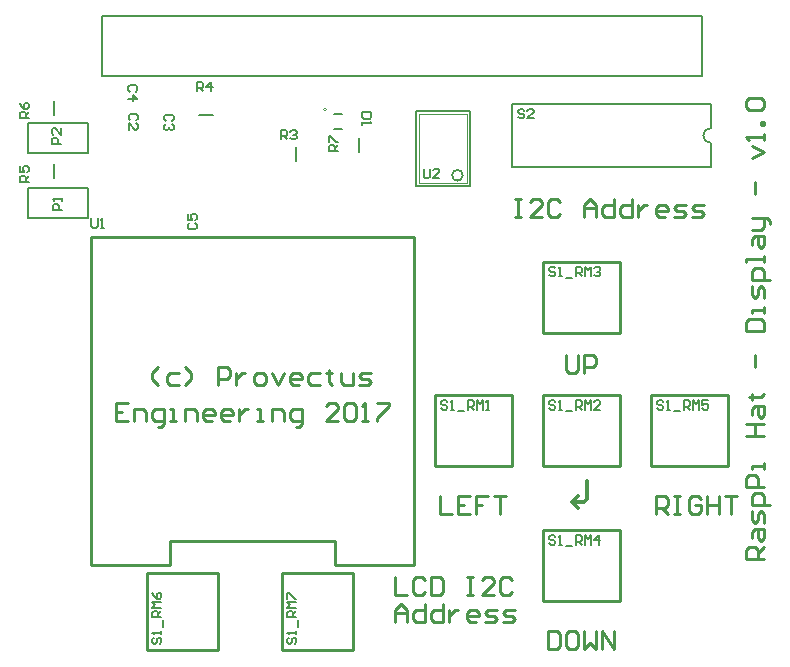
<source format=gto>
G04 Layer_Color=65535*
%FSLAX25Y25*%
%MOIN*%
G70*
G01*
G75*
%ADD18C,0.01200*%
%ADD28C,0.00600*%
%ADD29C,0.00197*%
%ADD30C,0.00787*%
%ADD31C,0.00200*%
%ADD32C,0.01000*%
%ADD33C,0.00500*%
D18*
X171000Y-152000D02*
X173000Y-154000D01*
X171000Y-152000D02*
X173000Y-150000D01*
X175000Y-152000D02*
X176000Y-151000D01*
X171000Y-152000D02*
X175000D01*
X176000Y-151000D02*
Y-145000D01*
D28*
X134600Y-42959D02*
G03*
X134600Y-42959I-1800J0D01*
G01*
X119013Y-46459D02*
X136987D01*
X119013D02*
Y-21541D01*
X136987D01*
Y-46459D02*
Y-21541D01*
X700Y-32500D02*
X-2399D01*
Y-30950D01*
X-1883Y-30434D01*
X-850D01*
X-333Y-30950D01*
Y-32500D01*
X700Y-27335D02*
Y-29401D01*
X-1366Y-27335D01*
X-1883D01*
X-2399Y-27852D01*
Y-28885D01*
X-1883Y-29401D01*
X43418Y-58934D02*
X42901Y-59451D01*
Y-60483D01*
X43418Y-61000D01*
X45483D01*
X46000Y-60483D01*
Y-59451D01*
X45483Y-58934D01*
X42901Y-55835D02*
Y-57901D01*
X44451D01*
X43934Y-56868D01*
Y-56352D01*
X44451Y-55835D01*
X45483D01*
X46000Y-56352D01*
Y-57385D01*
X45483Y-57901D01*
X25583Y-15066D02*
X26099Y-14549D01*
Y-13517D01*
X25583Y-13000D01*
X23516D01*
X23000Y-13517D01*
Y-14549D01*
X23516Y-15066D01*
X23000Y-17649D02*
X26099D01*
X24550Y-16099D01*
Y-18165D01*
X37683Y-24866D02*
X38199Y-24350D01*
Y-23316D01*
X37683Y-22800D01*
X35616D01*
X35100Y-23316D01*
Y-24350D01*
X35616Y-24866D01*
X37683Y-25899D02*
X38199Y-26416D01*
Y-27448D01*
X37683Y-27965D01*
X37166D01*
X36650Y-27448D01*
Y-26932D01*
Y-27448D01*
X36133Y-27965D01*
X35616D01*
X35100Y-27448D01*
Y-26416D01*
X35616Y-25899D01*
X25782Y-24666D02*
X26299Y-24149D01*
Y-23117D01*
X25782Y-22600D01*
X23717D01*
X23200Y-23117D01*
Y-24149D01*
X23717Y-24666D01*
X23200Y-27765D02*
Y-25699D01*
X25266Y-27765D01*
X25782D01*
X26299Y-27248D01*
Y-26215D01*
X25782Y-25699D01*
X93000Y-35000D02*
X89901D01*
Y-33450D01*
X90417Y-32934D01*
X91451D01*
X91967Y-33450D01*
Y-35000D01*
Y-33967D02*
X93000Y-32934D01*
X89901Y-31901D02*
Y-29835D01*
X90417D01*
X92484Y-31901D01*
X93000D01*
X121600Y-40801D02*
Y-43383D01*
X122116Y-43900D01*
X123150D01*
X123666Y-43383D01*
Y-40801D01*
X126765Y-43900D02*
X124699D01*
X126765Y-41834D01*
Y-41317D01*
X126249Y-40801D01*
X125215D01*
X124699Y-41317D01*
X104099Y-22000D02*
X101000D01*
Y-23550D01*
X101516Y-24066D01*
X103583D01*
X104099Y-23550D01*
Y-22000D01*
X101000Y-25099D02*
Y-26132D01*
Y-25616D01*
X104099D01*
X103583Y-25099D01*
X1000Y-54600D02*
X-2099D01*
Y-53051D01*
X-1582Y-52534D01*
X-550D01*
X-33Y-53051D01*
Y-54600D01*
X1000Y-51501D02*
Y-50468D01*
Y-50985D01*
X-2099D01*
X-1582Y-51501D01*
X74000Y-31000D02*
Y-27901D01*
X75550D01*
X76066Y-28418D01*
Y-29451D01*
X75550Y-29967D01*
X74000D01*
X75033D02*
X76066Y-31000D01*
X77099Y-28418D02*
X77615Y-27901D01*
X78649D01*
X79165Y-28418D01*
Y-28934D01*
X78649Y-29451D01*
X78132D01*
X78649D01*
X79165Y-29967D01*
Y-30483D01*
X78649Y-31000D01*
X77615D01*
X77099Y-30483D01*
X46000Y-15000D02*
Y-11901D01*
X47550D01*
X48066Y-12417D01*
Y-13451D01*
X47550Y-13967D01*
X46000D01*
X47033D02*
X48066Y-15000D01*
X50648D02*
Y-11901D01*
X49099Y-13451D01*
X51165D01*
X-10000Y-45100D02*
X-13099D01*
Y-43551D01*
X-12583Y-43034D01*
X-11549D01*
X-11033Y-43551D01*
Y-45100D01*
Y-44067D02*
X-10000Y-43034D01*
X-13099Y-39935D02*
Y-42001D01*
X-11549D01*
X-12066Y-40968D01*
Y-40451D01*
X-11549Y-39935D01*
X-10516D01*
X-10000Y-40451D01*
Y-41484D01*
X-10516Y-42001D01*
X-10000Y-23900D02*
X-13099D01*
Y-22351D01*
X-12583Y-21834D01*
X-11549D01*
X-11033Y-22351D01*
Y-23900D01*
Y-22867D02*
X-10000Y-21834D01*
X-13099Y-18735D02*
X-12583Y-19768D01*
X-11549Y-20801D01*
X-10516D01*
X-10000Y-20285D01*
Y-19252D01*
X-10516Y-18735D01*
X-11033D01*
X-11549Y-19252D01*
Y-20801D01*
X155066Y-21418D02*
X154550Y-20901D01*
X153516D01*
X153000Y-21418D01*
Y-21934D01*
X153516Y-22451D01*
X154550D01*
X155066Y-22967D01*
Y-23483D01*
X154550Y-24000D01*
X153516D01*
X153000Y-23483D01*
X158165Y-24000D02*
X156099D01*
X158165Y-21934D01*
Y-21418D01*
X157649Y-20901D01*
X156615D01*
X156099Y-21418D01*
X10800Y-57301D02*
Y-59883D01*
X11316Y-60400D01*
X12349D01*
X12866Y-59883D01*
Y-57301D01*
X13899Y-60400D02*
X14932D01*
X14415D01*
Y-57301D01*
X13899Y-57818D01*
X129466Y-118517D02*
X128949Y-118001D01*
X127917D01*
X127400Y-118517D01*
Y-119034D01*
X127917Y-119551D01*
X128949D01*
X129466Y-120067D01*
Y-120583D01*
X128949Y-121100D01*
X127917D01*
X127400Y-120583D01*
X130499Y-121100D02*
X131532D01*
X131016D01*
Y-118001D01*
X130499Y-118517D01*
X133081Y-121616D02*
X135148D01*
X136180Y-121100D02*
Y-118001D01*
X137730D01*
X138247Y-118517D01*
Y-119551D01*
X137730Y-120067D01*
X136180D01*
X137214D02*
X138247Y-121100D01*
X139279D02*
Y-118001D01*
X140313Y-119034D01*
X141346Y-118001D01*
Y-121100D01*
X142378D02*
X143412D01*
X142895D01*
Y-118001D01*
X142378Y-118517D01*
X165466D02*
X164950Y-118001D01*
X163917D01*
X163400Y-118517D01*
Y-119034D01*
X163917Y-119551D01*
X164950D01*
X165466Y-120067D01*
Y-120583D01*
X164950Y-121100D01*
X163917D01*
X163400Y-120583D01*
X166499Y-121100D02*
X167532D01*
X167016D01*
Y-118001D01*
X166499Y-118517D01*
X169081Y-121616D02*
X171148D01*
X172180Y-121100D02*
Y-118001D01*
X173730D01*
X174247Y-118517D01*
Y-119551D01*
X173730Y-120067D01*
X172180D01*
X173214D02*
X174247Y-121100D01*
X175279D02*
Y-118001D01*
X176312Y-119034D01*
X177346Y-118001D01*
Y-121100D01*
X180445D02*
X178378D01*
X180445Y-119034D01*
Y-118517D01*
X179928Y-118001D01*
X178895D01*
X178378Y-118517D01*
X165466Y-74018D02*
X164950Y-73501D01*
X163917D01*
X163400Y-74018D01*
Y-74534D01*
X163917Y-75050D01*
X164950D01*
X165466Y-75567D01*
Y-76083D01*
X164950Y-76600D01*
X163917D01*
X163400Y-76083D01*
X166499Y-76600D02*
X167532D01*
X167016D01*
Y-73501D01*
X166499Y-74018D01*
X169081Y-77117D02*
X171148D01*
X172180Y-76600D02*
Y-73501D01*
X173730D01*
X174247Y-74018D01*
Y-75050D01*
X173730Y-75567D01*
X172180D01*
X173214D02*
X174247Y-76600D01*
X175279D02*
Y-73501D01*
X176312Y-74534D01*
X177346Y-73501D01*
Y-76600D01*
X178378Y-74018D02*
X178895Y-73501D01*
X179928D01*
X180445Y-74018D01*
Y-74534D01*
X179928Y-75050D01*
X179411D01*
X179928D01*
X180445Y-75567D01*
Y-76083D01*
X179928Y-76600D01*
X178895D01*
X178378Y-76083D01*
X165466Y-163517D02*
X164950Y-163001D01*
X163917D01*
X163400Y-163517D01*
Y-164034D01*
X163917Y-164550D01*
X164950D01*
X165466Y-165067D01*
Y-165584D01*
X164950Y-166100D01*
X163917D01*
X163400Y-165584D01*
X166499Y-166100D02*
X167532D01*
X167016D01*
Y-163001D01*
X166499Y-163517D01*
X169081Y-166616D02*
X171148D01*
X172180Y-166100D02*
Y-163001D01*
X173730D01*
X174247Y-163517D01*
Y-164550D01*
X173730Y-165067D01*
X172180D01*
X173214D02*
X174247Y-166100D01*
X175279D02*
Y-163001D01*
X176312Y-164034D01*
X177346Y-163001D01*
Y-166100D01*
X179928D02*
Y-163001D01*
X178378Y-164550D01*
X180445D01*
X201466Y-118517D02*
X200950Y-118001D01*
X199917D01*
X199400Y-118517D01*
Y-119034D01*
X199917Y-119551D01*
X200950D01*
X201466Y-120067D01*
Y-120583D01*
X200950Y-121100D01*
X199917D01*
X199400Y-120583D01*
X202499Y-121100D02*
X203532D01*
X203015D01*
Y-118001D01*
X202499Y-118517D01*
X205082Y-121616D02*
X207148D01*
X208180Y-121100D02*
Y-118001D01*
X209730D01*
X210246Y-118517D01*
Y-119551D01*
X209730Y-120067D01*
X208180D01*
X209213D02*
X210246Y-121100D01*
X211280D02*
Y-118001D01*
X212313Y-119034D01*
X213346Y-118001D01*
Y-121100D01*
X216444Y-118001D02*
X214378D01*
Y-119551D01*
X215411Y-119034D01*
X215928D01*
X216444Y-119551D01*
Y-120583D01*
X215928Y-121100D01*
X214895D01*
X214378Y-120583D01*
X31517Y-197034D02*
X31001Y-197550D01*
Y-198583D01*
X31517Y-199100D01*
X32034D01*
X32550Y-198583D01*
Y-197550D01*
X33067Y-197034D01*
X33584D01*
X34100Y-197550D01*
Y-198583D01*
X33584Y-199100D01*
X34100Y-196001D02*
Y-194968D01*
Y-195484D01*
X31001D01*
X31517Y-196001D01*
X34617Y-193419D02*
Y-191352D01*
X34100Y-190320D02*
X31001D01*
Y-188770D01*
X31517Y-188253D01*
X32550D01*
X33067Y-188770D01*
Y-190320D01*
Y-189286D02*
X34100Y-188253D01*
Y-187221D02*
X31001D01*
X32034Y-186188D01*
X31001Y-185154D01*
X34100D01*
X31001Y-182055D02*
X31517Y-183089D01*
X32550Y-184122D01*
X33584D01*
X34100Y-183605D01*
Y-182572D01*
X33584Y-182055D01*
X33067D01*
X32550Y-182572D01*
Y-184122D01*
X76517Y-197034D02*
X76001Y-197550D01*
Y-198583D01*
X76517Y-199100D01*
X77034D01*
X77551Y-198583D01*
Y-197550D01*
X78067Y-197034D01*
X78584D01*
X79100Y-197550D01*
Y-198583D01*
X78584Y-199100D01*
X79100Y-196001D02*
Y-194968D01*
Y-195484D01*
X76001D01*
X76517Y-196001D01*
X79616Y-193419D02*
Y-191352D01*
X79100Y-190320D02*
X76001D01*
Y-188770D01*
X76517Y-188253D01*
X77551D01*
X78067Y-188770D01*
Y-190320D01*
Y-189286D02*
X79100Y-188253D01*
Y-187221D02*
X76001D01*
X77034Y-186188D01*
X76001Y-185154D01*
X79100D01*
X76001Y-184122D02*
Y-182055D01*
X76517D01*
X78584Y-184122D01*
X79100D01*
D29*
X89226Y-21063D02*
G03*
X89226Y-21063I-557J0D01*
G01*
D30*
X217289Y-27200D02*
G03*
X217289Y-32200I0J-2500D01*
G01*
X-10200Y-35600D02*
X9800D01*
Y-25600D01*
X-10200D02*
X9800D01*
X-10200Y-35600D02*
Y-25600D01*
X214200Y-10000D02*
Y10000D01*
X14200Y-10000D02*
Y10000D01*
X214200D01*
X14200Y-10000D02*
X214200D01*
X100000Y-35362D02*
Y-30638D01*
X-1600Y-22762D02*
Y-18038D01*
X-10200Y-57200D02*
X9800D01*
Y-47200D01*
X-10200D02*
X9800D01*
X-10200Y-57200D02*
Y-47200D01*
X-1600Y-43862D02*
Y-39138D01*
X46638Y-23000D02*
X51362D01*
X150990Y-40133D02*
X217289D01*
X150990Y-19267D02*
X217289D01*
X150990Y-40133D02*
Y-19267D01*
X217289Y-40133D02*
Y-32200D01*
Y-27200D02*
Y-19267D01*
X79000Y-38362D02*
Y-33638D01*
D31*
X119913Y-45559D02*
X136087D01*
X119913D02*
Y-22441D01*
X136087D01*
Y-45559D02*
Y-22441D01*
D32*
X10700Y-172800D02*
X36881D01*
X91999D02*
X118180D01*
X36881D02*
Y-164926D01*
X91999Y-172800D02*
Y-164926D01*
X36881D02*
X91826D01*
X118180Y-172800D02*
Y-63548D01*
X10700D02*
X118180D01*
X10700Y-172800D02*
Y-63548D01*
X125435Y-116304D02*
X151025D01*
X125435Y-139926D02*
X151025D01*
X125435D02*
Y-116304D01*
X151025Y-139926D02*
Y-116304D01*
X161435D02*
X187025D01*
X161435Y-139926D02*
X187025D01*
X161435D02*
Y-116304D01*
X187025Y-139926D02*
Y-116304D01*
X161435Y-71804D02*
X187025D01*
X161435Y-95426D02*
X187025D01*
X161435D02*
Y-71804D01*
X187025Y-95426D02*
Y-71804D01*
X161435Y-161304D02*
X187025D01*
X161435Y-184926D02*
X187025D01*
X161435D02*
Y-161304D01*
X187025Y-184926D02*
Y-161304D01*
X197435Y-116304D02*
X223025D01*
X197435Y-139926D02*
X223025D01*
X197435D02*
Y-116304D01*
X223025Y-139926D02*
Y-116304D01*
X29304Y-201065D02*
Y-175475D01*
X52926Y-201065D02*
Y-175475D01*
X29304Y-201065D02*
X52926D01*
X29304Y-175475D02*
X52926D01*
X74304Y-201065D02*
Y-175475D01*
X97926Y-201065D02*
Y-175475D01*
X74304Y-201065D02*
X97926D01*
X74304Y-175475D02*
X97926D01*
X163000Y-195002D02*
Y-201000D01*
X165999D01*
X166999Y-200000D01*
Y-196002D01*
X165999Y-195002D01*
X163000D01*
X171997D02*
X169998D01*
X168998Y-196002D01*
Y-200000D01*
X169998Y-201000D01*
X171997D01*
X172997Y-200000D01*
Y-196002D01*
X171997Y-195002D01*
X174996D02*
Y-201000D01*
X176996Y-199001D01*
X178995Y-201000D01*
Y-195002D01*
X180994Y-201000D02*
Y-195002D01*
X184993Y-201000D01*
Y-195002D01*
X169000Y-103002D02*
Y-108000D01*
X170000Y-109000D01*
X171999D01*
X172999Y-108000D01*
Y-103002D01*
X174998Y-109000D02*
Y-103002D01*
X177997D01*
X178997Y-104002D01*
Y-106001D01*
X177997Y-107001D01*
X174998D01*
X199000Y-156000D02*
Y-150002D01*
X201999D01*
X202999Y-151002D01*
Y-153001D01*
X201999Y-154001D01*
X199000D01*
X200999D02*
X202999Y-156000D01*
X204998Y-150002D02*
X206997D01*
X205998D01*
Y-156000D01*
X204998D01*
X206997D01*
X213995Y-151002D02*
X212996Y-150002D01*
X210996D01*
X209996Y-151002D01*
Y-155000D01*
X210996Y-156000D01*
X212996D01*
X213995Y-155000D01*
Y-153001D01*
X211996D01*
X215995Y-150002D02*
Y-156000D01*
Y-153001D01*
X219993D01*
Y-150002D01*
Y-156000D01*
X221993Y-150002D02*
X225991D01*
X223992D01*
Y-156000D01*
X127000Y-150002D02*
Y-156000D01*
X130999D01*
X136997Y-150002D02*
X132998D01*
Y-156000D01*
X136997D01*
X132998Y-153001D02*
X134997D01*
X142995Y-150002D02*
X138996D01*
Y-153001D01*
X140996D01*
X138996D01*
Y-156000D01*
X144994Y-150002D02*
X148993D01*
X146994D01*
Y-156000D01*
X235000Y-171000D02*
X229002D01*
Y-168001D01*
X230002Y-167001D01*
X232001D01*
X233001Y-168001D01*
Y-171000D01*
Y-169001D02*
X235000Y-167001D01*
X231001Y-164002D02*
Y-162003D01*
X232001Y-161003D01*
X235000D01*
Y-164002D01*
X234000Y-165002D01*
X233001Y-164002D01*
Y-161003D01*
X235000Y-159004D02*
Y-156005D01*
X234000Y-155005D01*
X233001Y-156005D01*
Y-158004D01*
X232001Y-159004D01*
X231001Y-158004D01*
Y-155005D01*
X236999Y-153006D02*
X231001D01*
Y-150007D01*
X232001Y-149007D01*
X234000D01*
X235000Y-150007D01*
Y-153006D01*
Y-147008D02*
X229002D01*
Y-144009D01*
X230002Y-143009D01*
X232001D01*
X233001Y-144009D01*
Y-147008D01*
X235000Y-141010D02*
Y-139010D01*
Y-140010D01*
X231001D01*
Y-141010D01*
X229002Y-130013D02*
X235000D01*
X232001D01*
Y-126015D01*
X229002D01*
X235000D01*
X231001Y-123015D02*
Y-121016D01*
X232001Y-120017D01*
X235000D01*
Y-123015D01*
X234000Y-124015D01*
X233001Y-123015D01*
Y-120017D01*
X230002Y-117017D02*
X231001D01*
Y-118017D01*
Y-116018D01*
Y-117017D01*
X234000D01*
X235000Y-116018D01*
X232001Y-107021D02*
Y-103022D01*
X229002Y-95025D02*
X235000D01*
Y-92026D01*
X234000Y-91026D01*
X230002D01*
X229002Y-92026D01*
Y-95025D01*
X235000Y-89026D02*
Y-87027D01*
Y-88027D01*
X231001D01*
Y-89026D01*
X235000Y-84028D02*
Y-81029D01*
X234000Y-80029D01*
X233001Y-81029D01*
Y-83029D01*
X232001Y-84028D01*
X231001Y-83029D01*
Y-80029D01*
X236999Y-78030D02*
X231001D01*
Y-75031D01*
X232001Y-74031D01*
X234000D01*
X235000Y-75031D01*
Y-78030D01*
Y-72032D02*
Y-70033D01*
Y-71032D01*
X229002D01*
Y-72032D01*
X231001Y-66034D02*
Y-64035D01*
X232001Y-63035D01*
X235000D01*
Y-66034D01*
X234000Y-67034D01*
X233001Y-66034D01*
Y-63035D01*
X231001Y-61036D02*
X234000D01*
X235000Y-60036D01*
Y-57037D01*
X236000D01*
X236999Y-58037D01*
Y-59036D01*
X235000Y-57037D02*
X231001D01*
X232001Y-49040D02*
Y-45041D01*
X231001Y-37043D02*
X235000Y-35044D01*
X231001Y-33045D01*
X235000Y-31045D02*
Y-29046D01*
Y-30046D01*
X229002D01*
X230002Y-31045D01*
X235000Y-26047D02*
X234000D01*
Y-25047D01*
X235000D01*
Y-26047D01*
X230002Y-21048D02*
X229002Y-20049D01*
Y-18049D01*
X230002Y-17050D01*
X234000D01*
X235000Y-18049D01*
Y-20049D01*
X234000Y-21048D01*
X230002D01*
X32999Y-113000D02*
X31000Y-111001D01*
Y-109001D01*
X32999Y-107002D01*
X39997Y-109001D02*
X36998D01*
X35998Y-110001D01*
Y-112000D01*
X36998Y-113000D01*
X39997D01*
X41996D02*
X43996Y-111001D01*
Y-109001D01*
X41996Y-107002D01*
X52993Y-113000D02*
Y-107002D01*
X55992D01*
X56992Y-108002D01*
Y-110001D01*
X55992Y-111001D01*
X52993D01*
X58991Y-109001D02*
Y-113000D01*
Y-111001D01*
X59991Y-110001D01*
X60990Y-109001D01*
X61990D01*
X65989Y-113000D02*
X67988D01*
X68988Y-112000D01*
Y-110001D01*
X67988Y-109001D01*
X65989D01*
X64989Y-110001D01*
Y-112000D01*
X65989Y-113000D01*
X70987Y-109001D02*
X72986Y-113000D01*
X74986Y-109001D01*
X79984Y-113000D02*
X77985D01*
X76985Y-112000D01*
Y-110001D01*
X77985Y-109001D01*
X79984D01*
X80984Y-110001D01*
Y-111001D01*
X76985D01*
X86982Y-109001D02*
X83983D01*
X82983Y-110001D01*
Y-112000D01*
X83983Y-113000D01*
X86982D01*
X89981Y-108002D02*
Y-109001D01*
X88981D01*
X90981D01*
X89981D01*
Y-112000D01*
X90981Y-113000D01*
X93980Y-109001D02*
Y-112000D01*
X94979Y-113000D01*
X97978D01*
Y-109001D01*
X99978Y-113000D02*
X102977D01*
X103976Y-112000D01*
X102977Y-111001D01*
X100977D01*
X99978Y-110001D01*
X100977Y-109001D01*
X103976D01*
X152000Y-51002D02*
X153999D01*
X153000D01*
Y-57000D01*
X152000D01*
X153999D01*
X160997D02*
X156998D01*
X160997Y-53001D01*
Y-52002D01*
X159997Y-51002D01*
X157998D01*
X156998Y-52002D01*
X166995D02*
X165996Y-51002D01*
X163996D01*
X162996Y-52002D01*
Y-56000D01*
X163996Y-57000D01*
X165996D01*
X166995Y-56000D01*
X174993Y-57000D02*
Y-53001D01*
X176992Y-51002D01*
X178991Y-53001D01*
Y-57000D01*
Y-54001D01*
X174993D01*
X184989Y-51002D02*
Y-57000D01*
X181990D01*
X180991Y-56000D01*
Y-54001D01*
X181990Y-53001D01*
X184989D01*
X190987Y-51002D02*
Y-57000D01*
X187988D01*
X186989Y-56000D01*
Y-54001D01*
X187988Y-53001D01*
X190987D01*
X192987D02*
Y-57000D01*
Y-55001D01*
X193986Y-54001D01*
X194986Y-53001D01*
X195986D01*
X201984Y-57000D02*
X199985D01*
X198985Y-56000D01*
Y-54001D01*
X199985Y-53001D01*
X201984D01*
X202983Y-54001D01*
Y-55001D01*
X198985D01*
X204983Y-57000D02*
X207982D01*
X208982Y-56000D01*
X207982Y-55001D01*
X205982D01*
X204983Y-54001D01*
X205982Y-53001D01*
X208982D01*
X210981Y-57000D02*
X213980D01*
X214980Y-56000D01*
X213980Y-55001D01*
X211981D01*
X210981Y-54001D01*
X211981Y-53001D01*
X214980D01*
X112000Y-177002D02*
Y-183000D01*
X115999D01*
X121997Y-178002D02*
X120997Y-177002D01*
X118998D01*
X117998Y-178002D01*
Y-182000D01*
X118998Y-183000D01*
X120997D01*
X121997Y-182000D01*
X123996Y-177002D02*
Y-183000D01*
X126995D01*
X127995Y-182000D01*
Y-178002D01*
X126995Y-177002D01*
X123996D01*
X135992D02*
X137992D01*
X136992D01*
Y-183000D01*
X135992D01*
X137992D01*
X144989D02*
X140991D01*
X144989Y-179001D01*
Y-178002D01*
X143990Y-177002D01*
X141990D01*
X140991Y-178002D01*
X150987D02*
X149988Y-177002D01*
X147988D01*
X146989Y-178002D01*
Y-182000D01*
X147988Y-183000D01*
X149988D01*
X150987Y-182000D01*
X112000Y-192000D02*
Y-188001D01*
X113999Y-186002D01*
X115999Y-188001D01*
Y-192000D01*
Y-189001D01*
X112000D01*
X121997Y-186002D02*
Y-192000D01*
X118998D01*
X117998Y-191000D01*
Y-189001D01*
X118998Y-188001D01*
X121997D01*
X127995Y-186002D02*
Y-192000D01*
X124996D01*
X123996Y-191000D01*
Y-189001D01*
X124996Y-188001D01*
X127995D01*
X129994D02*
Y-192000D01*
Y-190001D01*
X130994Y-189001D01*
X131993Y-188001D01*
X132993D01*
X138991Y-192000D02*
X136992D01*
X135992Y-191000D01*
Y-189001D01*
X136992Y-188001D01*
X138991D01*
X139991Y-189001D01*
Y-190001D01*
X135992D01*
X141990Y-192000D02*
X144989D01*
X145989Y-191000D01*
X144989Y-190001D01*
X142990D01*
X141990Y-189001D01*
X142990Y-188001D01*
X145989D01*
X147988Y-192000D02*
X150987D01*
X151987Y-191000D01*
X150987Y-190001D01*
X148988D01*
X147988Y-189001D01*
X148988Y-188001D01*
X151987D01*
X22999Y-119002D02*
X19000D01*
Y-125000D01*
X22999D01*
X19000Y-122001D02*
X20999D01*
X24998Y-125000D02*
Y-121001D01*
X27997D01*
X28997Y-122001D01*
Y-125000D01*
X32996Y-126999D02*
X33995D01*
X34995Y-126000D01*
Y-121001D01*
X31996D01*
X30996Y-122001D01*
Y-124000D01*
X31996Y-125000D01*
X34995D01*
X36994D02*
X38993D01*
X37994D01*
Y-121001D01*
X36994D01*
X41993Y-125000D02*
Y-121001D01*
X44992D01*
X45991Y-122001D01*
Y-125000D01*
X50990D02*
X48990D01*
X47991Y-124000D01*
Y-122001D01*
X48990Y-121001D01*
X50990D01*
X51989Y-122001D01*
Y-123001D01*
X47991D01*
X56988Y-125000D02*
X54988D01*
X53989Y-124000D01*
Y-122001D01*
X54988Y-121001D01*
X56988D01*
X57987Y-122001D01*
Y-123001D01*
X53989D01*
X59987Y-121001D02*
Y-125000D01*
Y-123001D01*
X60986Y-122001D01*
X61986Y-121001D01*
X62986D01*
X65985Y-125000D02*
X67984D01*
X66984D01*
Y-121001D01*
X65985D01*
X70983Y-125000D02*
Y-121001D01*
X73982D01*
X74982Y-122001D01*
Y-125000D01*
X78981Y-126999D02*
X79980D01*
X80980Y-126000D01*
Y-121001D01*
X77981D01*
X76981Y-122001D01*
Y-124000D01*
X77981Y-125000D01*
X80980D01*
X92976D02*
X88977D01*
X92976Y-121001D01*
Y-120002D01*
X91976Y-119002D01*
X89977D01*
X88977Y-120002D01*
X94975D02*
X95975Y-119002D01*
X97974D01*
X98974Y-120002D01*
Y-124000D01*
X97974Y-125000D01*
X95975D01*
X94975Y-124000D01*
Y-120002D01*
X100973Y-125000D02*
X102973D01*
X101973D01*
Y-119002D01*
X100973Y-120002D01*
X105972Y-119002D02*
X109971D01*
Y-120002D01*
X105972Y-124000D01*
Y-125000D01*
D33*
X91524Y-27461D02*
X94476D01*
X91524Y-22539D02*
X94476D01*
M02*

</source>
